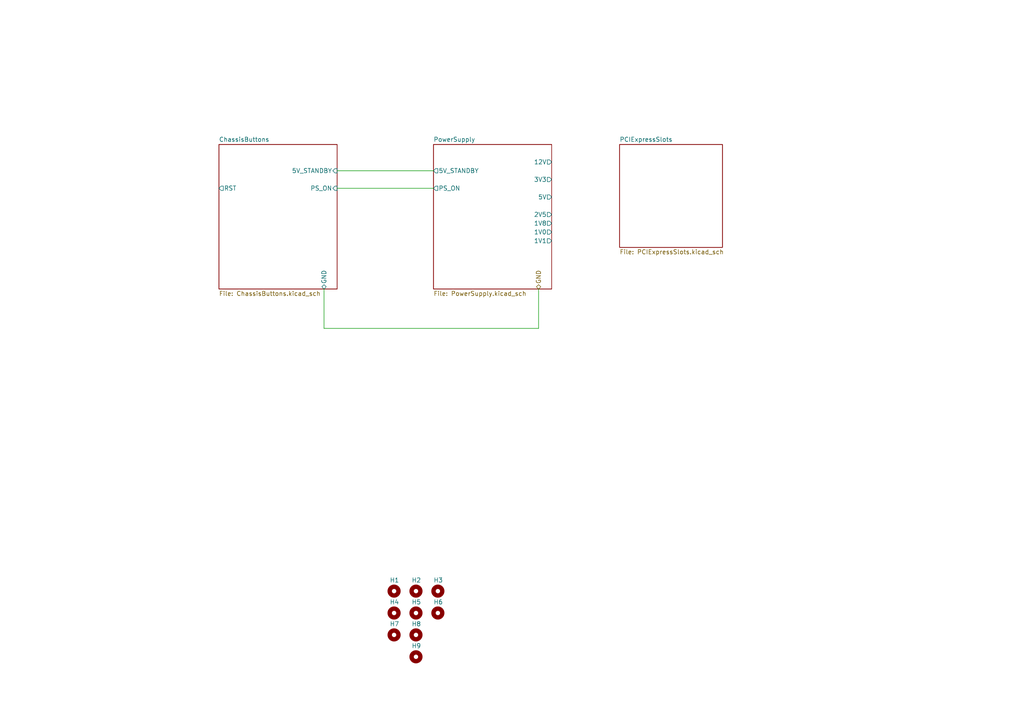
<source format=kicad_sch>
(kicad_sch (version 20230121) (generator eeschema)
  (paper "A4")
  (lib_symbols
    (symbol "Mechanical:MountingHole" (pin_names (offset 1.016))
      (property "Reference" "H" (at 0 5.08 0))
      (property "Value" "MountingHole" (at 0 3.175 0))
      (symbol "MountingHole_0_1"
        (circle (center 0 0) (radius 1.27) (stroke (width 1.27)))
      )
    )
  )
  (wire (pts (xy 93.98 83.82) (xy 93.98 95.25)))
  (wire (pts (xy 97.79 49.53) (xy 125.73 49.53)))
  (wire (pts (xy 97.79 54.61) (xy 125.73 54.61)))
  (wire (pts (xy 156.21 83.82) (xy 156.21 95.25)))
  (wire (pts (xy 93.98 95.25) (xy 156.21 95.25)))
  (hierarchical_label "GND" (shape bidirectional) (at 156.21 83.82 90))
  (symbol (lib_id "Mechanical:MountingHole") (at 127 177.8 0) (unit 1)
    (property "Reference" "H6" (at 125.73 174.625 0) (effects (justify left)))
    (property "Value" "MountingHole" (effects hide))
    (property "Footprint" "MountingHole:MountingHole_4mm_Pad_Via" (effects hide))
  )
  (symbol (lib_id "Mechanical:MountingHole") (at 120.65 177.8 0) (unit 1)
    (property "Reference" "H5" (at 119.38 174.625 0) (effects (justify left)))
    (property "Value" "MountingHole" (effects hide))
    (property "Footprint" "MountingHole:MountingHole_4mm_Pad_Via" (effects hide))
  )
  (symbol (lib_id "Mechanical:MountingHole") (at 127 171.45 0) (unit 1)
    (property "Reference" "H3" (at 125.73 168.275 0) (effects (justify left)))
    (property "Value" "MountingHole" (effects hide))
    (property "Footprint" "MountingHole:MountingHole_4mm_Pad_Via" (effects hide))
  )
  (symbol (lib_id "Mechanical:MountingHole") (at 114.3 177.8 0) (unit 1)
    (property "Reference" "H4" (at 113.03 174.625 0) (effects (justify left)))
    (property "Value" "MountingHole" (effects hide))
    (property "Footprint" "MountingHole:MountingHole_4mm_Pad_Via" (effects hide))
  )
  (symbol (lib_id "Mechanical:MountingHole") (at 120.65 190.5 0) (unit 1)
    (property "Reference" "H9" (at 119.38 187.325 0) (effects (justify left)))
    (property "Value" "MountingHole" (effects hide))
    (property "Footprint" "MountingHole:MountingHole_4mm_Pad_Via" (effects hide))
  )
  (symbol (lib_id "Mechanical:MountingHole") (at 120.65 184.15 0) (unit 1)
    (property "Reference" "H8" (at 119.38 180.975 0) (effects (justify left)))
    (property "Value" "MountingHole" (effects hide))
    (property "Footprint" "MountingHole:MountingHole_4mm_Pad_Via" (effects hide))
  )
  (symbol (lib_id "Mechanical:MountingHole") (at 114.3 184.15 0) (unit 1)
    (property "Reference" "H7" (at 113.03 180.975 0) (effects (justify left)))
    (property "Value" "MountingHole" (effects hide))
    (property "Footprint" "MountingHole:MountingHole_4mm_Pad_Via" (effects hide))
  )
  (symbol (lib_id "Mechanical:MountingHole") (at 114.3 171.45 0) (unit 1)
    (property "Reference" "H1" (at 113.03 168.275 0) (effects (justify left)))
    (property "Value" "MountingHole" (effects hide))
    (property "Footprint" "MountingHole:MountingHole_4mm_Pad_Via" (effects hide))
  )
  (symbol (lib_id "Mechanical:MountingHole") (at 120.65 171.45 0) (unit 1)
    (property "Reference" "H2" (at 119.38 168.275 0) (effects (justify left)))
    (property "Value" "MountingHole" (effects hide))
    (property "Footprint" "MountingHole:MountingHole_4mm_Pad_Via" (effects hide))
  )
  (sheet (at 63.5 41.91) (size 34.29 41.91) (stroke (width 0.1524))
    (property "Sheetname" "ChassisButtons" (at 63.5 41.1984 0) (effects (justify left bottom)))
    (property "Sheetfile" "ChassisButtons.kicad_sch" (at 63.5 84.4046 0) (effects (justify left top)))
    (pin "GND" bidirectional (at 93.98 83.82 270))
    (pin "5V_STANDBY" input (at 97.79 49.53 0))
    (pin "PS_ON" input (at 97.79 54.61 0))
    (pin "RST" output (at 63.5 54.61 180))
  )
  (sheet (at 179.705 41.91) (size 29.845 29.845) (stroke (width 0.1524))
    (property "Sheetname" "PCIExpressSlots" (at 179.705 41.1984 0) (effects (justify left bottom)))
    (property "Sheetfile" "PCIExpressSlots.kicad_sch" (at 179.705 72.3396 0) (effects (justify left top)))
  )
  (sheet (at 125.73 41.91) (size 34.29 41.91) (stroke (width 0.1524))
    (property "Sheetname" "PowerSupply" (at 125.73 41.1984 0) (effects (justify left bottom)))
    (property "Sheetfile" "PowerSupply.kicad_sch" (at 125.73 84.4046 0) (effects (justify left top)))
    (pin "12V" output (at 160.02 46.99 0))
    (pin "5V_STANDBY" output (at 125.73 49.53 180))
    (pin "3V3" output (at 160.02 52.07 0))
    (pin "PS_ON" output (at 125.73 54.61 180))
    (pin "5V" output (at 160.02 57.15 0))
    (pin "2V5" output (at 160.02 62.23 0))
    (pin "1V8" output (at 160.02 64.77 0))
    (pin "1V0" output (at 160.02 67.31 0))
    (pin "1V1" output (at 160.02 69.85 0))
  )
)
</source>
